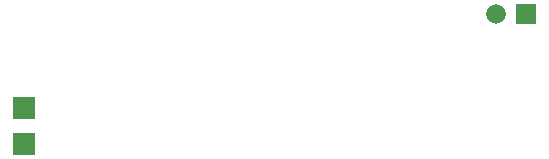
<source format=gbr>
%TF.GenerationSoftware,KiCad,Pcbnew,(5.1.5-0-10_14)*%
%TF.CreationDate,2021-01-27T12:26:26-07:00*%
%TF.ProjectId,FieldSensorYSO,4669656c-6453-4656-9e73-6f7259534f2e,2*%
%TF.SameCoordinates,Original*%
%TF.FileFunction,Soldermask,Top*%
%TF.FilePolarity,Negative*%
%FSLAX46Y46*%
G04 Gerber Fmt 4.6, Leading zero omitted, Abs format (unit mm)*
G04 Created by KiCad (PCBNEW (5.1.5-0-10_14)) date 2021-01-27 12:26:26*
%MOMM*%
%LPD*%
G04 APERTURE LIST*
%ADD10R,1.924000X1.924000*%
%ADD11C,1.670000*%
%ADD12R,1.670000X1.670000*%
G04 APERTURE END LIST*
D10*
%TO.C,Y1*%
X94500000Y-110500000D03*
X94500000Y-113500000D03*
%TD*%
D11*
%TO.C,J2*%
X134460000Y-102500000D03*
D12*
X137000000Y-102500000D03*
%TD*%
M02*

</source>
